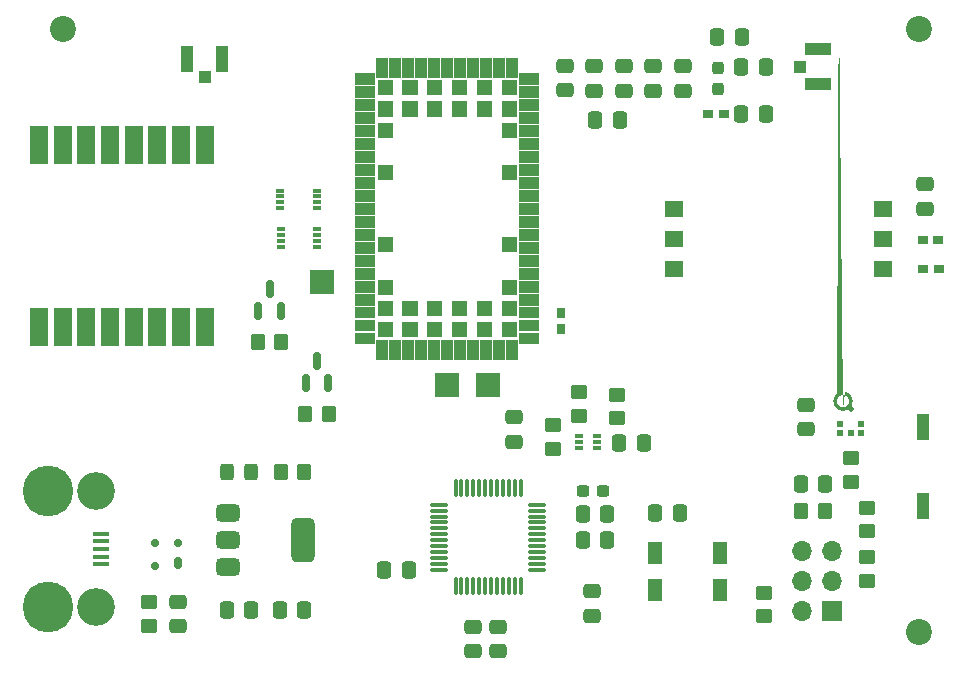
<source format=gbr>
%TF.GenerationSoftware,KiCad,Pcbnew,8.0.0*%
%TF.CreationDate,2024-10-31T15:18:53+01:00*%
%TF.ProjectId,gateway_design_kicad,67617465-7761-4795-9f64-657369676e5f,rev?*%
%TF.SameCoordinates,Original*%
%TF.FileFunction,Soldermask,Top*%
%TF.FilePolarity,Negative*%
%FSLAX46Y46*%
G04 Gerber Fmt 4.6, Leading zero omitted, Abs format (unit mm)*
G04 Created by KiCad (PCBNEW 8.0.0) date 2024-10-31 15:18:53*
%MOMM*%
%LPD*%
G01*
G04 APERTURE LIST*
G04 Aperture macros list*
%AMRoundRect*
0 Rectangle with rounded corners*
0 $1 Rounding radius*
0 $2 $3 $4 $5 $6 $7 $8 $9 X,Y pos of 4 corners*
0 Add a 4 corners polygon primitive as box body*
4,1,4,$2,$3,$4,$5,$6,$7,$8,$9,$2,$3,0*
0 Add four circle primitives for the rounded corners*
1,1,$1+$1,$2,$3*
1,1,$1+$1,$4,$5*
1,1,$1+$1,$6,$7*
1,1,$1+$1,$8,$9*
0 Add four rect primitives between the rounded corners*
20,1,$1+$1,$2,$3,$4,$5,0*
20,1,$1+$1,$4,$5,$6,$7,0*
20,1,$1+$1,$6,$7,$8,$9,0*
20,1,$1+$1,$8,$9,$2,$3,0*%
%AMFreePoly0*
4,1,53,0.180798,1.454629,0.352531,1.394537,0.506585,1.297738,0.635238,1.169085,0.732037,1.015031,0.792129,0.843298,0.812500,0.662500,0.792129,0.481702,0.732037,0.309969,0.635238,0.155915,0.506585,0.027262,0.352531,-0.069537,0.180798,-0.129629,0.000000,-0.150000,-0.180798,-0.129629,-0.352531,-0.069537,-0.506585,0.027262,-0.635238,0.155915,-0.732037,0.309969,-0.792129,0.481702,
-0.812500,0.662500,-0.517770,0.662500,-0.496797,0.516627,-0.435576,0.382572,-0.339067,0.271196,-0.215089,0.191520,-0.073686,0.150000,0.073686,0.150000,0.215089,0.191520,0.339067,0.271196,0.435576,0.382572,0.496797,0.516627,0.517770,0.662500,0.496797,0.808373,0.435576,0.942428,0.339067,1.053804,0.215089,1.133480,0.073686,1.175000,-0.073686,1.175000,-0.215089,1.133480,
-0.339067,1.053804,-0.435576,0.942428,-0.496797,0.808373,-0.517770,0.662500,-0.812500,0.662500,-0.792129,0.843298,-0.732037,1.015031,-0.635238,1.169085,-0.506585,1.297738,-0.352531,1.394537,-0.180798,1.454629,0.000000,1.475000,0.180798,1.454629,0.180798,1.454629,$1*%
G04 Aperture macros list end*
%ADD10C,0.010000*%
%ADD11RoundRect,0.075000X0.662500X0.075000X-0.662500X0.075000X-0.662500X-0.075000X0.662500X-0.075000X0*%
%ADD12RoundRect,0.075000X0.075000X0.662500X-0.075000X0.662500X-0.075000X-0.662500X0.075000X-0.662500X0*%
%ADD13C,0.500000*%
%ADD14R,0.600000X0.522000*%
%ADD15FreePoly0,270.000000*%
%ADD16R,0.800000X0.300000*%
%ADD17RoundRect,0.175000X0.175000X0.325000X-0.175000X0.325000X-0.175000X-0.325000X0.175000X-0.325000X0*%
%ADD18RoundRect,0.150000X0.200000X0.150000X-0.200000X0.150000X-0.200000X-0.150000X0.200000X-0.150000X0*%
%ADD19RoundRect,0.250000X0.475000X-0.337500X0.475000X0.337500X-0.475000X0.337500X-0.475000X-0.337500X0*%
%ADD20RoundRect,0.250000X-0.450000X0.350000X-0.450000X-0.350000X0.450000X-0.350000X0.450000X0.350000X0*%
%ADD21R,1.050000X1.000000*%
%ADD22R,2.200000X1.050000*%
%ADD23RoundRect,0.237500X0.300000X0.237500X-0.300000X0.237500X-0.300000X-0.237500X0.300000X-0.237500X0*%
%ADD24RoundRect,0.250000X0.337500X0.475000X-0.337500X0.475000X-0.337500X-0.475000X0.337500X-0.475000X0*%
%ADD25RoundRect,0.250000X-0.337500X-0.475000X0.337500X-0.475000X0.337500X0.475000X-0.337500X0.475000X0*%
%ADD26RoundRect,0.102000X0.700000X-1.500000X0.700000X1.500000X-0.700000X1.500000X-0.700000X-1.500000X0*%
%ADD27RoundRect,0.250000X-0.475000X0.337500X-0.475000X-0.337500X0.475000X-0.337500X0.475000X0.337500X0*%
%ADD28RoundRect,0.150000X0.150000X-0.587500X0.150000X0.587500X-0.150000X0.587500X-0.150000X-0.587500X0*%
%ADD29R,2.000000X2.000000*%
%ADD30R,0.900000X0.700000*%
%ADD31RoundRect,0.085000X-0.265000X-0.085000X0.265000X-0.085000X0.265000X0.085000X-0.265000X0.085000X0*%
%ADD32R,1.600000X1.400000*%
%ADD33RoundRect,0.250000X-0.325000X-0.450000X0.325000X-0.450000X0.325000X0.450000X-0.325000X0.450000X0*%
%ADD34RoundRect,0.375000X-0.625000X-0.375000X0.625000X-0.375000X0.625000X0.375000X-0.625000X0.375000X0*%
%ADD35RoundRect,0.500000X-0.500000X-1.400000X0.500000X-1.400000X0.500000X1.400000X-0.500000X1.400000X0*%
%ADD36R,1.000000X1.050000*%
%ADD37R,1.050000X2.200000*%
%ADD38R,1.400000X0.400000*%
%ADD39C,3.195000*%
%ADD40C,4.290000*%
%ADD41RoundRect,0.250000X-0.350000X-0.450000X0.350000X-0.450000X0.350000X0.450000X-0.350000X0.450000X0*%
%ADD42RoundRect,0.250000X0.450000X-0.350000X0.450000X0.350000X-0.450000X0.350000X-0.450000X-0.350000X0*%
%ADD43C,2.200000*%
%ADD44RoundRect,0.250000X0.350000X0.450000X-0.350000X0.450000X-0.350000X-0.450000X0.350000X-0.450000X0*%
%ADD45R,1.300000X1.900000*%
%ADD46RoundRect,0.237500X0.237500X-0.300000X0.237500X0.300000X-0.237500X0.300000X-0.237500X-0.300000X0*%
%ADD47R,1.700000X1.700000*%
%ADD48O,1.700000X1.700000*%
%ADD49R,0.700000X0.900000*%
%ADD50R,1.120000X2.160000*%
G04 APERTURE END LIST*
D10*
%TO.C,U11*%
X113850000Y-64600000D02*
X112250000Y-64600000D01*
X112250000Y-63700000D01*
X113850000Y-63700000D01*
X113850000Y-64600000D01*
G36*
X113850000Y-64600000D02*
G01*
X112250000Y-64600000D01*
X112250000Y-63700000D01*
X113850000Y-63700000D01*
X113850000Y-64600000D01*
G37*
X113850000Y-65700000D02*
X112250000Y-65700000D01*
X112250000Y-64800000D01*
X113850000Y-64800000D01*
X113850000Y-65700000D01*
G36*
X113850000Y-65700000D02*
G01*
X112250000Y-65700000D01*
X112250000Y-64800000D01*
X113850000Y-64800000D01*
X113850000Y-65700000D01*
G37*
X113850000Y-66800000D02*
X112250000Y-66800000D01*
X112250000Y-65900000D01*
X113850000Y-65900000D01*
X113850000Y-66800000D01*
G36*
X113850000Y-66800000D02*
G01*
X112250000Y-66800000D01*
X112250000Y-65900000D01*
X113850000Y-65900000D01*
X113850000Y-66800000D01*
G37*
X113850000Y-67900000D02*
X112250000Y-67900000D01*
X112250000Y-67000000D01*
X113850000Y-67000000D01*
X113850000Y-67900000D01*
G36*
X113850000Y-67900000D02*
G01*
X112250000Y-67900000D01*
X112250000Y-67000000D01*
X113850000Y-67000000D01*
X113850000Y-67900000D01*
G37*
X113850000Y-69000000D02*
X112250000Y-69000000D01*
X112250000Y-68100000D01*
X113850000Y-68100000D01*
X113850000Y-69000000D01*
G36*
X113850000Y-69000000D02*
G01*
X112250000Y-69000000D01*
X112250000Y-68100000D01*
X113850000Y-68100000D01*
X113850000Y-69000000D01*
G37*
X113850000Y-70100000D02*
X112250000Y-70100000D01*
X112250000Y-69200000D01*
X113850000Y-69200000D01*
X113850000Y-70100000D01*
G36*
X113850000Y-70100000D02*
G01*
X112250000Y-70100000D01*
X112250000Y-69200000D01*
X113850000Y-69200000D01*
X113850000Y-70100000D01*
G37*
X113850000Y-71200000D02*
X112250000Y-71200000D01*
X112250000Y-70300000D01*
X113850000Y-70300000D01*
X113850000Y-71200000D01*
G36*
X113850000Y-71200000D02*
G01*
X112250000Y-71200000D01*
X112250000Y-70300000D01*
X113850000Y-70300000D01*
X113850000Y-71200000D01*
G37*
X113850000Y-72300000D02*
X112250000Y-72300000D01*
X112250000Y-71400000D01*
X113850000Y-71400000D01*
X113850000Y-72300000D01*
G36*
X113850000Y-72300000D02*
G01*
X112250000Y-72300000D01*
X112250000Y-71400000D01*
X113850000Y-71400000D01*
X113850000Y-72300000D01*
G37*
X113850000Y-73400000D02*
X112250000Y-73400000D01*
X112250000Y-72500000D01*
X113850000Y-72500000D01*
X113850000Y-73400000D01*
G36*
X113850000Y-73400000D02*
G01*
X112250000Y-73400000D01*
X112250000Y-72500000D01*
X113850000Y-72500000D01*
X113850000Y-73400000D01*
G37*
X113850000Y-74500000D02*
X112250000Y-74500000D01*
X112250000Y-73600000D01*
X113850000Y-73600000D01*
X113850000Y-74500000D01*
G36*
X113850000Y-74500000D02*
G01*
X112250000Y-74500000D01*
X112250000Y-73600000D01*
X113850000Y-73600000D01*
X113850000Y-74500000D01*
G37*
X113850000Y-75600000D02*
X112250000Y-75600000D01*
X112250000Y-74700000D01*
X113850000Y-74700000D01*
X113850000Y-75600000D01*
G36*
X113850000Y-75600000D02*
G01*
X112250000Y-75600000D01*
X112250000Y-74700000D01*
X113850000Y-74700000D01*
X113850000Y-75600000D01*
G37*
X113850000Y-76700000D02*
X112250000Y-76700000D01*
X112250000Y-75800000D01*
X113850000Y-75800000D01*
X113850000Y-76700000D01*
G36*
X113850000Y-76700000D02*
G01*
X112250000Y-76700000D01*
X112250000Y-75800000D01*
X113850000Y-75800000D01*
X113850000Y-76700000D01*
G37*
X113850000Y-77800000D02*
X112250000Y-77800000D01*
X112250000Y-76900000D01*
X113850000Y-76900000D01*
X113850000Y-77800000D01*
G36*
X113850000Y-77800000D02*
G01*
X112250000Y-77800000D01*
X112250000Y-76900000D01*
X113850000Y-76900000D01*
X113850000Y-77800000D01*
G37*
X113850000Y-78900000D02*
X112250000Y-78900000D01*
X112250000Y-78000000D01*
X113850000Y-78000000D01*
X113850000Y-78900000D01*
G36*
X113850000Y-78900000D02*
G01*
X112250000Y-78900000D01*
X112250000Y-78000000D01*
X113850000Y-78000000D01*
X113850000Y-78900000D01*
G37*
X113850000Y-80000000D02*
X112250000Y-80000000D01*
X112250000Y-79100000D01*
X113850000Y-79100000D01*
X113850000Y-80000000D01*
G36*
X113850000Y-80000000D02*
G01*
X112250000Y-80000000D01*
X112250000Y-79100000D01*
X113850000Y-79100000D01*
X113850000Y-80000000D01*
G37*
X113850000Y-81100000D02*
X112250000Y-81100000D01*
X112250000Y-80200000D01*
X113850000Y-80200000D01*
X113850000Y-81100000D01*
G36*
X113850000Y-81100000D02*
G01*
X112250000Y-81100000D01*
X112250000Y-80200000D01*
X113850000Y-80200000D01*
X113850000Y-81100000D01*
G37*
X113850000Y-82200000D02*
X112250000Y-82200000D01*
X112250000Y-81300000D01*
X113850000Y-81300000D01*
X113850000Y-82200000D01*
G36*
X113850000Y-82200000D02*
G01*
X112250000Y-82200000D01*
X112250000Y-81300000D01*
X113850000Y-81300000D01*
X113850000Y-82200000D01*
G37*
X113850000Y-83300000D02*
X112250000Y-83300000D01*
X112250000Y-82400000D01*
X113850000Y-82400000D01*
X113850000Y-83300000D01*
G36*
X113850000Y-83300000D02*
G01*
X112250000Y-83300000D01*
X112250000Y-82400000D01*
X113850000Y-82400000D01*
X113850000Y-83300000D01*
G37*
X113850000Y-84400000D02*
X112250000Y-84400000D01*
X112250000Y-83500000D01*
X113850000Y-83500000D01*
X113850000Y-84400000D01*
G36*
X113850000Y-84400000D02*
G01*
X112250000Y-84400000D01*
X112250000Y-83500000D01*
X113850000Y-83500000D01*
X113850000Y-84400000D01*
G37*
X113850000Y-85500000D02*
X112250000Y-85500000D01*
X112250000Y-84600000D01*
X113850000Y-84600000D01*
X113850000Y-85500000D01*
G36*
X113850000Y-85500000D02*
G01*
X112250000Y-85500000D01*
X112250000Y-84600000D01*
X113850000Y-84600000D01*
X113850000Y-85500000D01*
G37*
X113850000Y-86600000D02*
X112250000Y-86600000D01*
X112250000Y-85700000D01*
X113850000Y-85700000D01*
X113850000Y-86600000D01*
G36*
X113850000Y-86600000D02*
G01*
X112250000Y-86600000D01*
X112250000Y-85700000D01*
X113850000Y-85700000D01*
X113850000Y-86600000D01*
G37*
X114950000Y-64000000D02*
X114050000Y-64000000D01*
X114050000Y-62400000D01*
X114950000Y-62400000D01*
X114950000Y-64000000D01*
G36*
X114950000Y-64000000D02*
G01*
X114050000Y-64000000D01*
X114050000Y-62400000D01*
X114950000Y-62400000D01*
X114950000Y-64000000D01*
G37*
X114950000Y-87900000D02*
X114050000Y-87900000D01*
X114050000Y-86300000D01*
X114950000Y-86300000D01*
X114950000Y-87900000D01*
G36*
X114950000Y-87900000D02*
G01*
X114050000Y-87900000D01*
X114050000Y-86300000D01*
X114950000Y-86300000D01*
X114950000Y-87900000D01*
G37*
X115350000Y-65500000D02*
X114150000Y-65500000D01*
X114150000Y-64300000D01*
X115350000Y-64300000D01*
X115350000Y-65500000D01*
G36*
X115350000Y-65500000D02*
G01*
X114150000Y-65500000D01*
X114150000Y-64300000D01*
X115350000Y-64300000D01*
X115350000Y-65500000D01*
G37*
X115350000Y-67300000D02*
X114150000Y-67300000D01*
X114150000Y-66100000D01*
X115350000Y-66100000D01*
X115350000Y-67300000D01*
G36*
X115350000Y-67300000D02*
G01*
X114150000Y-67300000D01*
X114150000Y-66100000D01*
X115350000Y-66100000D01*
X115350000Y-67300000D01*
G37*
X115350000Y-69100000D02*
X114150000Y-69100000D01*
X114150000Y-67900000D01*
X115350000Y-67900000D01*
X115350000Y-69100000D01*
G36*
X115350000Y-69100000D02*
G01*
X114150000Y-69100000D01*
X114150000Y-67900000D01*
X115350000Y-67900000D01*
X115350000Y-69100000D01*
G37*
X115350000Y-72700000D02*
X114150000Y-72700000D01*
X114150000Y-71500000D01*
X115350000Y-71500000D01*
X115350000Y-72700000D01*
G36*
X115350000Y-72700000D02*
G01*
X114150000Y-72700000D01*
X114150000Y-71500000D01*
X115350000Y-71500000D01*
X115350000Y-72700000D01*
G37*
X115350000Y-78800000D02*
X114150000Y-78800000D01*
X114150000Y-77600000D01*
X115350000Y-77600000D01*
X115350000Y-78800000D01*
G36*
X115350000Y-78800000D02*
G01*
X114150000Y-78800000D01*
X114150000Y-77600000D01*
X115350000Y-77600000D01*
X115350000Y-78800000D01*
G37*
X115350000Y-82400000D02*
X114150000Y-82400000D01*
X114150000Y-81200000D01*
X115350000Y-81200000D01*
X115350000Y-82400000D01*
G36*
X115350000Y-82400000D02*
G01*
X114150000Y-82400000D01*
X114150000Y-81200000D01*
X115350000Y-81200000D01*
X115350000Y-82400000D01*
G37*
X115350000Y-84200000D02*
X114150000Y-84200000D01*
X114150000Y-83000000D01*
X115350000Y-83000000D01*
X115350000Y-84200000D01*
G36*
X115350000Y-84200000D02*
G01*
X114150000Y-84200000D01*
X114150000Y-83000000D01*
X115350000Y-83000000D01*
X115350000Y-84200000D01*
G37*
X115350000Y-86000000D02*
X114150000Y-86000000D01*
X114150000Y-84800000D01*
X115350000Y-84800000D01*
X115350000Y-86000000D01*
G36*
X115350000Y-86000000D02*
G01*
X114150000Y-86000000D01*
X114150000Y-84800000D01*
X115350000Y-84800000D01*
X115350000Y-86000000D01*
G37*
X116050000Y-64000000D02*
X115150000Y-64000000D01*
X115150000Y-62400000D01*
X116050000Y-62400000D01*
X116050000Y-64000000D01*
G36*
X116050000Y-64000000D02*
G01*
X115150000Y-64000000D01*
X115150000Y-62400000D01*
X116050000Y-62400000D01*
X116050000Y-64000000D01*
G37*
X116050000Y-87900000D02*
X115150000Y-87900000D01*
X115150000Y-86300000D01*
X116050000Y-86300000D01*
X116050000Y-87900000D01*
G36*
X116050000Y-87900000D02*
G01*
X115150000Y-87900000D01*
X115150000Y-86300000D01*
X116050000Y-86300000D01*
X116050000Y-87900000D01*
G37*
X117150000Y-64000000D02*
X116250000Y-64000000D01*
X116250000Y-62400000D01*
X117150000Y-62400000D01*
X117150000Y-64000000D01*
G36*
X117150000Y-64000000D02*
G01*
X116250000Y-64000000D01*
X116250000Y-62400000D01*
X117150000Y-62400000D01*
X117150000Y-64000000D01*
G37*
X117450000Y-65500000D02*
X116250000Y-65500000D01*
X116250000Y-64300000D01*
X117450000Y-64300000D01*
X117450000Y-65500000D01*
G36*
X117450000Y-65500000D02*
G01*
X116250000Y-65500000D01*
X116250000Y-64300000D01*
X117450000Y-64300000D01*
X117450000Y-65500000D01*
G37*
X117450000Y-67300000D02*
X116250000Y-67300000D01*
X116250000Y-66100000D01*
X117450000Y-66100000D01*
X117450000Y-67300000D01*
G36*
X117450000Y-67300000D02*
G01*
X116250000Y-67300000D01*
X116250000Y-66100000D01*
X117450000Y-66100000D01*
X117450000Y-67300000D01*
G37*
X117450000Y-84200000D02*
X116250000Y-84200000D01*
X116250000Y-83000000D01*
X117450000Y-83000000D01*
X117450000Y-84200000D01*
G36*
X117450000Y-84200000D02*
G01*
X116250000Y-84200000D01*
X116250000Y-83000000D01*
X117450000Y-83000000D01*
X117450000Y-84200000D01*
G37*
X117450000Y-86000000D02*
X116250000Y-86000000D01*
X116250000Y-84800000D01*
X117450000Y-84800000D01*
X117450000Y-86000000D01*
G36*
X117450000Y-86000000D02*
G01*
X116250000Y-86000000D01*
X116250000Y-84800000D01*
X117450000Y-84800000D01*
X117450000Y-86000000D01*
G37*
X117150000Y-87900000D02*
X116250000Y-87900000D01*
X116250000Y-86300000D01*
X117150000Y-86300000D01*
X117150000Y-87900000D01*
G36*
X117150000Y-87900000D02*
G01*
X116250000Y-87900000D01*
X116250000Y-86300000D01*
X117150000Y-86300000D01*
X117150000Y-87900000D01*
G37*
X118250000Y-64000000D02*
X117350000Y-64000000D01*
X117350000Y-62400000D01*
X118250000Y-62400000D01*
X118250000Y-64000000D01*
G36*
X118250000Y-64000000D02*
G01*
X117350000Y-64000000D01*
X117350000Y-62400000D01*
X118250000Y-62400000D01*
X118250000Y-64000000D01*
G37*
X118250000Y-87900000D02*
X117350000Y-87900000D01*
X117350000Y-86300000D01*
X118250000Y-86300000D01*
X118250000Y-87900000D01*
G36*
X118250000Y-87900000D02*
G01*
X117350000Y-87900000D01*
X117350000Y-86300000D01*
X118250000Y-86300000D01*
X118250000Y-87900000D01*
G37*
X119550000Y-65500000D02*
X118350000Y-65500000D01*
X118350000Y-64300000D01*
X119550000Y-64300000D01*
X119550000Y-65500000D01*
G36*
X119550000Y-65500000D02*
G01*
X118350000Y-65500000D01*
X118350000Y-64300000D01*
X119550000Y-64300000D01*
X119550000Y-65500000D01*
G37*
X119550000Y-67300000D02*
X118350000Y-67300000D01*
X118350000Y-66100000D01*
X119550000Y-66100000D01*
X119550000Y-67300000D01*
G36*
X119550000Y-67300000D02*
G01*
X118350000Y-67300000D01*
X118350000Y-66100000D01*
X119550000Y-66100000D01*
X119550000Y-67300000D01*
G37*
X119550000Y-84200000D02*
X118350000Y-84200000D01*
X118350000Y-83000000D01*
X119550000Y-83000000D01*
X119550000Y-84200000D01*
G36*
X119550000Y-84200000D02*
G01*
X118350000Y-84200000D01*
X118350000Y-83000000D01*
X119550000Y-83000000D01*
X119550000Y-84200000D01*
G37*
X119550000Y-86000000D02*
X118350000Y-86000000D01*
X118350000Y-84800000D01*
X119550000Y-84800000D01*
X119550000Y-86000000D01*
G36*
X119550000Y-86000000D02*
G01*
X118350000Y-86000000D01*
X118350000Y-84800000D01*
X119550000Y-84800000D01*
X119550000Y-86000000D01*
G37*
X119350000Y-64000000D02*
X118450000Y-64000000D01*
X118450000Y-62400000D01*
X119350000Y-62400000D01*
X119350000Y-64000000D01*
G36*
X119350000Y-64000000D02*
G01*
X118450000Y-64000000D01*
X118450000Y-62400000D01*
X119350000Y-62400000D01*
X119350000Y-64000000D01*
G37*
X119350000Y-87900000D02*
X118450000Y-87900000D01*
X118450000Y-86300000D01*
X119350000Y-86300000D01*
X119350000Y-87900000D01*
G36*
X119350000Y-87900000D02*
G01*
X118450000Y-87900000D01*
X118450000Y-86300000D01*
X119350000Y-86300000D01*
X119350000Y-87900000D01*
G37*
X120450000Y-64000000D02*
X119550000Y-64000000D01*
X119550000Y-62400000D01*
X120450000Y-62400000D01*
X120450000Y-64000000D01*
G36*
X120450000Y-64000000D02*
G01*
X119550000Y-64000000D01*
X119550000Y-62400000D01*
X120450000Y-62400000D01*
X120450000Y-64000000D01*
G37*
X120450000Y-87900000D02*
X119550000Y-87900000D01*
X119550000Y-86300000D01*
X120450000Y-86300000D01*
X120450000Y-87900000D01*
G36*
X120450000Y-87900000D02*
G01*
X119550000Y-87900000D01*
X119550000Y-86300000D01*
X120450000Y-86300000D01*
X120450000Y-87900000D01*
G37*
X121650000Y-65500000D02*
X120450000Y-65500000D01*
X120450000Y-64300000D01*
X121650000Y-64300000D01*
X121650000Y-65500000D01*
G36*
X121650000Y-65500000D02*
G01*
X120450000Y-65500000D01*
X120450000Y-64300000D01*
X121650000Y-64300000D01*
X121650000Y-65500000D01*
G37*
X121650000Y-67300000D02*
X120450000Y-67300000D01*
X120450000Y-66100000D01*
X121650000Y-66100000D01*
X121650000Y-67300000D01*
G36*
X121650000Y-67300000D02*
G01*
X120450000Y-67300000D01*
X120450000Y-66100000D01*
X121650000Y-66100000D01*
X121650000Y-67300000D01*
G37*
X121650000Y-84200000D02*
X120450000Y-84200000D01*
X120450000Y-83000000D01*
X121650000Y-83000000D01*
X121650000Y-84200000D01*
G36*
X121650000Y-84200000D02*
G01*
X120450000Y-84200000D01*
X120450000Y-83000000D01*
X121650000Y-83000000D01*
X121650000Y-84200000D01*
G37*
X121650000Y-86000000D02*
X120450000Y-86000000D01*
X120450000Y-84800000D01*
X121650000Y-84800000D01*
X121650000Y-86000000D01*
G36*
X121650000Y-86000000D02*
G01*
X120450000Y-86000000D01*
X120450000Y-84800000D01*
X121650000Y-84800000D01*
X121650000Y-86000000D01*
G37*
X121550000Y-64000000D02*
X120650000Y-64000000D01*
X120650000Y-62400000D01*
X121550000Y-62400000D01*
X121550000Y-64000000D01*
G36*
X121550000Y-64000000D02*
G01*
X120650000Y-64000000D01*
X120650000Y-62400000D01*
X121550000Y-62400000D01*
X121550000Y-64000000D01*
G37*
X121550000Y-87900000D02*
X120650000Y-87900000D01*
X120650000Y-86300000D01*
X121550000Y-86300000D01*
X121550000Y-87900000D01*
G36*
X121550000Y-87900000D02*
G01*
X120650000Y-87900000D01*
X120650000Y-86300000D01*
X121550000Y-86300000D01*
X121550000Y-87900000D01*
G37*
X122650000Y-64000000D02*
X121750000Y-64000000D01*
X121750000Y-62400000D01*
X122650000Y-62400000D01*
X122650000Y-64000000D01*
G36*
X122650000Y-64000000D02*
G01*
X121750000Y-64000000D01*
X121750000Y-62400000D01*
X122650000Y-62400000D01*
X122650000Y-64000000D01*
G37*
X122650000Y-87900000D02*
X121750000Y-87900000D01*
X121750000Y-86300000D01*
X122650000Y-86300000D01*
X122650000Y-87900000D01*
G36*
X122650000Y-87900000D02*
G01*
X121750000Y-87900000D01*
X121750000Y-86300000D01*
X122650000Y-86300000D01*
X122650000Y-87900000D01*
G37*
X123750000Y-65500000D02*
X122550000Y-65500000D01*
X122550000Y-64300000D01*
X123750000Y-64300000D01*
X123750000Y-65500000D01*
G36*
X123750000Y-65500000D02*
G01*
X122550000Y-65500000D01*
X122550000Y-64300000D01*
X123750000Y-64300000D01*
X123750000Y-65500000D01*
G37*
X123750000Y-67300000D02*
X122550000Y-67300000D01*
X122550000Y-66100000D01*
X123750000Y-66100000D01*
X123750000Y-67300000D01*
G36*
X123750000Y-67300000D02*
G01*
X122550000Y-67300000D01*
X122550000Y-66100000D01*
X123750000Y-66100000D01*
X123750000Y-67300000D01*
G37*
X123750000Y-84200000D02*
X122550000Y-84200000D01*
X122550000Y-83000000D01*
X123750000Y-83000000D01*
X123750000Y-84200000D01*
G36*
X123750000Y-84200000D02*
G01*
X122550000Y-84200000D01*
X122550000Y-83000000D01*
X123750000Y-83000000D01*
X123750000Y-84200000D01*
G37*
X123750000Y-86000000D02*
X122550000Y-86000000D01*
X122550000Y-84800000D01*
X123750000Y-84800000D01*
X123750000Y-86000000D01*
G36*
X123750000Y-86000000D02*
G01*
X122550000Y-86000000D01*
X122550000Y-84800000D01*
X123750000Y-84800000D01*
X123750000Y-86000000D01*
G37*
X123750000Y-64000000D02*
X122850000Y-64000000D01*
X122850000Y-62400000D01*
X123750000Y-62400000D01*
X123750000Y-64000000D01*
G36*
X123750000Y-64000000D02*
G01*
X122850000Y-64000000D01*
X122850000Y-62400000D01*
X123750000Y-62400000D01*
X123750000Y-64000000D01*
G37*
X123750000Y-87900000D02*
X122850000Y-87900000D01*
X122850000Y-86300000D01*
X123750000Y-86300000D01*
X123750000Y-87900000D01*
G36*
X123750000Y-87900000D02*
G01*
X122850000Y-87900000D01*
X122850000Y-86300000D01*
X123750000Y-86300000D01*
X123750000Y-87900000D01*
G37*
X124850000Y-64000000D02*
X123950000Y-64000000D01*
X123950000Y-62400000D01*
X124850000Y-62400000D01*
X124850000Y-64000000D01*
G36*
X124850000Y-64000000D02*
G01*
X123950000Y-64000000D01*
X123950000Y-62400000D01*
X124850000Y-62400000D01*
X124850000Y-64000000D01*
G37*
X124850000Y-87900000D02*
X123950000Y-87900000D01*
X123950000Y-86300000D01*
X124850000Y-86300000D01*
X124850000Y-87900000D01*
G36*
X124850000Y-87900000D02*
G01*
X123950000Y-87900000D01*
X123950000Y-86300000D01*
X124850000Y-86300000D01*
X124850000Y-87900000D01*
G37*
X125850000Y-65500000D02*
X124650000Y-65500000D01*
X124650000Y-64300000D01*
X125850000Y-64300000D01*
X125850000Y-65500000D01*
G36*
X125850000Y-65500000D02*
G01*
X124650000Y-65500000D01*
X124650000Y-64300000D01*
X125850000Y-64300000D01*
X125850000Y-65500000D01*
G37*
X125850000Y-67300000D02*
X124650000Y-67300000D01*
X124650000Y-66100000D01*
X125850000Y-66100000D01*
X125850000Y-67300000D01*
G36*
X125850000Y-67300000D02*
G01*
X124650000Y-67300000D01*
X124650000Y-66100000D01*
X125850000Y-66100000D01*
X125850000Y-67300000D01*
G37*
X125850000Y-69100000D02*
X124650000Y-69100000D01*
X124650000Y-67900000D01*
X125850000Y-67900000D01*
X125850000Y-69100000D01*
G36*
X125850000Y-69100000D02*
G01*
X124650000Y-69100000D01*
X124650000Y-67900000D01*
X125850000Y-67900000D01*
X125850000Y-69100000D01*
G37*
X125850000Y-72700000D02*
X124650000Y-72700000D01*
X124650000Y-71500000D01*
X125850000Y-71500000D01*
X125850000Y-72700000D01*
G36*
X125850000Y-72700000D02*
G01*
X124650000Y-72700000D01*
X124650000Y-71500000D01*
X125850000Y-71500000D01*
X125850000Y-72700000D01*
G37*
X125850000Y-78800000D02*
X124650000Y-78800000D01*
X124650000Y-77600000D01*
X125850000Y-77600000D01*
X125850000Y-78800000D01*
G36*
X125850000Y-78800000D02*
G01*
X124650000Y-78800000D01*
X124650000Y-77600000D01*
X125850000Y-77600000D01*
X125850000Y-78800000D01*
G37*
X125850000Y-82400000D02*
X124650000Y-82400000D01*
X124650000Y-81200000D01*
X125850000Y-81200000D01*
X125850000Y-82400000D01*
G36*
X125850000Y-82400000D02*
G01*
X124650000Y-82400000D01*
X124650000Y-81200000D01*
X125850000Y-81200000D01*
X125850000Y-82400000D01*
G37*
X125850000Y-84200000D02*
X124650000Y-84200000D01*
X124650000Y-83000000D01*
X125850000Y-83000000D01*
X125850000Y-84200000D01*
G36*
X125850000Y-84200000D02*
G01*
X124650000Y-84200000D01*
X124650000Y-83000000D01*
X125850000Y-83000000D01*
X125850000Y-84200000D01*
G37*
X125850000Y-86000000D02*
X124650000Y-86000000D01*
X124650000Y-84800000D01*
X125850000Y-84800000D01*
X125850000Y-86000000D01*
G36*
X125850000Y-86000000D02*
G01*
X124650000Y-86000000D01*
X124650000Y-84800000D01*
X125850000Y-84800000D01*
X125850000Y-86000000D01*
G37*
X125950000Y-64000000D02*
X125050000Y-64000000D01*
X125050000Y-62400000D01*
X125950000Y-62400000D01*
X125950000Y-64000000D01*
G36*
X125950000Y-64000000D02*
G01*
X125050000Y-64000000D01*
X125050000Y-62400000D01*
X125950000Y-62400000D01*
X125950000Y-64000000D01*
G37*
X125950000Y-87900000D02*
X125050000Y-87900000D01*
X125050000Y-86300000D01*
X125950000Y-86300000D01*
X125950000Y-87900000D01*
G36*
X125950000Y-87900000D02*
G01*
X125050000Y-87900000D01*
X125050000Y-86300000D01*
X125950000Y-86300000D01*
X125950000Y-87900000D01*
G37*
X127750000Y-64600000D02*
X126150000Y-64600000D01*
X126150000Y-63700000D01*
X127750000Y-63700000D01*
X127750000Y-64600000D01*
G36*
X127750000Y-64600000D02*
G01*
X126150000Y-64600000D01*
X126150000Y-63700000D01*
X127750000Y-63700000D01*
X127750000Y-64600000D01*
G37*
X127750000Y-65700000D02*
X126150000Y-65700000D01*
X126150000Y-64800000D01*
X127750000Y-64800000D01*
X127750000Y-65700000D01*
G36*
X127750000Y-65700000D02*
G01*
X126150000Y-65700000D01*
X126150000Y-64800000D01*
X127750000Y-64800000D01*
X127750000Y-65700000D01*
G37*
X127750000Y-66800000D02*
X126150000Y-66800000D01*
X126150000Y-65900000D01*
X127750000Y-65900000D01*
X127750000Y-66800000D01*
G36*
X127750000Y-66800000D02*
G01*
X126150000Y-66800000D01*
X126150000Y-65900000D01*
X127750000Y-65900000D01*
X127750000Y-66800000D01*
G37*
X127750000Y-67900000D02*
X126150000Y-67900000D01*
X126150000Y-67000000D01*
X127750000Y-67000000D01*
X127750000Y-67900000D01*
G36*
X127750000Y-67900000D02*
G01*
X126150000Y-67900000D01*
X126150000Y-67000000D01*
X127750000Y-67000000D01*
X127750000Y-67900000D01*
G37*
X127750000Y-69000000D02*
X126150000Y-69000000D01*
X126150000Y-68100000D01*
X127750000Y-68100000D01*
X127750000Y-69000000D01*
G36*
X127750000Y-69000000D02*
G01*
X126150000Y-69000000D01*
X126150000Y-68100000D01*
X127750000Y-68100000D01*
X127750000Y-69000000D01*
G37*
X127750000Y-70100000D02*
X126150000Y-70100000D01*
X126150000Y-69200000D01*
X127750000Y-69200000D01*
X127750000Y-70100000D01*
G36*
X127750000Y-70100000D02*
G01*
X126150000Y-70100000D01*
X126150000Y-69200000D01*
X127750000Y-69200000D01*
X127750000Y-70100000D01*
G37*
X127750000Y-71200000D02*
X126150000Y-71200000D01*
X126150000Y-70300000D01*
X127750000Y-70300000D01*
X127750000Y-71200000D01*
G36*
X127750000Y-71200000D02*
G01*
X126150000Y-71200000D01*
X126150000Y-70300000D01*
X127750000Y-70300000D01*
X127750000Y-71200000D01*
G37*
X127750000Y-72300000D02*
X126150000Y-72300000D01*
X126150000Y-71400000D01*
X127750000Y-71400000D01*
X127750000Y-72300000D01*
G36*
X127750000Y-72300000D02*
G01*
X126150000Y-72300000D01*
X126150000Y-71400000D01*
X127750000Y-71400000D01*
X127750000Y-72300000D01*
G37*
X127750000Y-73400000D02*
X126150000Y-73400000D01*
X126150000Y-72500000D01*
X127750000Y-72500000D01*
X127750000Y-73400000D01*
G36*
X127750000Y-73400000D02*
G01*
X126150000Y-73400000D01*
X126150000Y-72500000D01*
X127750000Y-72500000D01*
X127750000Y-73400000D01*
G37*
X127750000Y-74500000D02*
X126150000Y-74500000D01*
X126150000Y-73600000D01*
X127750000Y-73600000D01*
X127750000Y-74500000D01*
G36*
X127750000Y-74500000D02*
G01*
X126150000Y-74500000D01*
X126150000Y-73600000D01*
X127750000Y-73600000D01*
X127750000Y-74500000D01*
G37*
X127750000Y-75600000D02*
X126150000Y-75600000D01*
X126150000Y-74700000D01*
X127750000Y-74700000D01*
X127750000Y-75600000D01*
G36*
X127750000Y-75600000D02*
G01*
X126150000Y-75600000D01*
X126150000Y-74700000D01*
X127750000Y-74700000D01*
X127750000Y-75600000D01*
G37*
X127750000Y-76700000D02*
X126150000Y-76700000D01*
X126150000Y-75800000D01*
X127750000Y-75800000D01*
X127750000Y-76700000D01*
G36*
X127750000Y-76700000D02*
G01*
X126150000Y-76700000D01*
X126150000Y-75800000D01*
X127750000Y-75800000D01*
X127750000Y-76700000D01*
G37*
X127750000Y-77800000D02*
X126150000Y-77800000D01*
X126150000Y-76900000D01*
X127750000Y-76900000D01*
X127750000Y-77800000D01*
G36*
X127750000Y-77800000D02*
G01*
X126150000Y-77800000D01*
X126150000Y-76900000D01*
X127750000Y-76900000D01*
X127750000Y-77800000D01*
G37*
X127750000Y-78900000D02*
X126150000Y-78900000D01*
X126150000Y-78000000D01*
X127750000Y-78000000D01*
X127750000Y-78900000D01*
G36*
X127750000Y-78900000D02*
G01*
X126150000Y-78900000D01*
X126150000Y-78000000D01*
X127750000Y-78000000D01*
X127750000Y-78900000D01*
G37*
X127750000Y-80000000D02*
X126150000Y-80000000D01*
X126150000Y-79100000D01*
X127750000Y-79100000D01*
X127750000Y-80000000D01*
G36*
X127750000Y-80000000D02*
G01*
X126150000Y-80000000D01*
X126150000Y-79100000D01*
X127750000Y-79100000D01*
X127750000Y-80000000D01*
G37*
X127750000Y-81100000D02*
X126150000Y-81100000D01*
X126150000Y-80200000D01*
X127750000Y-80200000D01*
X127750000Y-81100000D01*
G36*
X127750000Y-81100000D02*
G01*
X126150000Y-81100000D01*
X126150000Y-80200000D01*
X127750000Y-80200000D01*
X127750000Y-81100000D01*
G37*
X127750000Y-82200000D02*
X126150000Y-82200000D01*
X126150000Y-81300000D01*
X127750000Y-81300000D01*
X127750000Y-82200000D01*
G36*
X127750000Y-82200000D02*
G01*
X126150000Y-82200000D01*
X126150000Y-81300000D01*
X127750000Y-81300000D01*
X127750000Y-82200000D01*
G37*
X127750000Y-83300000D02*
X126150000Y-83300000D01*
X126150000Y-82400000D01*
X127750000Y-82400000D01*
X127750000Y-83300000D01*
G36*
X127750000Y-83300000D02*
G01*
X126150000Y-83300000D01*
X126150000Y-82400000D01*
X127750000Y-82400000D01*
X127750000Y-83300000D01*
G37*
X127750000Y-84400000D02*
X126150000Y-84400000D01*
X126150000Y-83500000D01*
X127750000Y-83500000D01*
X127750000Y-84400000D01*
G36*
X127750000Y-84400000D02*
G01*
X126150000Y-84400000D01*
X126150000Y-83500000D01*
X127750000Y-83500000D01*
X127750000Y-84400000D01*
G37*
X127750000Y-85500000D02*
X126150000Y-85500000D01*
X126150000Y-84600000D01*
X127750000Y-84600000D01*
X127750000Y-85500000D01*
G36*
X127750000Y-85500000D02*
G01*
X126150000Y-85500000D01*
X126150000Y-84600000D01*
X127750000Y-84600000D01*
X127750000Y-85500000D01*
G37*
X127750000Y-86600000D02*
X126150000Y-86600000D01*
X126150000Y-85700000D01*
X127750000Y-85700000D01*
X127750000Y-86600000D01*
G36*
X127750000Y-86600000D02*
G01*
X126150000Y-86600000D01*
X126150000Y-85700000D01*
X127750000Y-85700000D01*
X127750000Y-86600000D01*
G37*
%TD*%
D11*
%TO.C,U8*%
X127662500Y-105750000D03*
X127662500Y-105250000D03*
X127662500Y-104750000D03*
X127662500Y-104250000D03*
X127662500Y-103750000D03*
X127662500Y-103250000D03*
X127662500Y-102750000D03*
X127662500Y-102250000D03*
X127662500Y-101750000D03*
X127662500Y-101250000D03*
X127662500Y-100750000D03*
X127662500Y-100250000D03*
D12*
X126250000Y-98837500D03*
X125750000Y-98837500D03*
X125250000Y-98837500D03*
X124750000Y-98837500D03*
X124250000Y-98837500D03*
X123750000Y-98837500D03*
X123250000Y-98837500D03*
X122750000Y-98837500D03*
X122250000Y-98837500D03*
X121750000Y-98837500D03*
X121250000Y-98837500D03*
X120750000Y-98837500D03*
D11*
X119337500Y-100250000D03*
X119337500Y-100750000D03*
X119337500Y-101250000D03*
X119337500Y-101750000D03*
X119337500Y-102250000D03*
X119337500Y-102750000D03*
X119337500Y-103250000D03*
X119337500Y-103750000D03*
X119337500Y-104250000D03*
X119337500Y-104750000D03*
X119337500Y-105250000D03*
X119337500Y-105750000D03*
D12*
X120750000Y-107162500D03*
X121250000Y-107162500D03*
X121750000Y-107162500D03*
X122250000Y-107162500D03*
X122750000Y-107162500D03*
X123250000Y-107162500D03*
X123750000Y-107162500D03*
X124250000Y-107162500D03*
X124750000Y-107162500D03*
X125250000Y-107162500D03*
X125750000Y-107162500D03*
X126250000Y-107162500D03*
%TD*%
D13*
%TO.C,MK2*%
X154200000Y-92126000D03*
D14*
X155100000Y-94200000D03*
X155100000Y-93378000D03*
D15*
X153537500Y-92126000D03*
D14*
X153300000Y-93378000D03*
X153300000Y-94200000D03*
X154200000Y-94200000D03*
%TD*%
D16*
%TO.C,U9*%
X105950000Y-76900000D03*
X105950000Y-77400000D03*
X105950000Y-77900000D03*
X105950000Y-78400000D03*
X109050000Y-78400000D03*
X109050000Y-77900000D03*
X109050000Y-77400000D03*
X109050000Y-76900000D03*
%TD*%
D17*
%TO.C,D6*%
X97272500Y-105200000D03*
D18*
X97272500Y-103500000D03*
X95272500Y-103500000D03*
X95272500Y-105400000D03*
%TD*%
D19*
%TO.C,C34*%
X160500000Y-75187500D03*
X160500000Y-73112500D03*
%TD*%
D20*
%TO.C,R7*%
X94772500Y-108500000D03*
X94772500Y-110500000D03*
%TD*%
D21*
%TO.C,J2*%
X149937500Y-63150000D03*
D22*
X151462500Y-64625000D03*
X151462500Y-61675000D03*
%TD*%
D23*
%TO.C,BLM1*%
X133225000Y-99100000D03*
X131500000Y-99100000D03*
%TD*%
D24*
%TO.C,C77*%
X107937500Y-109150000D03*
X105862500Y-109150000D03*
%TD*%
D25*
%TO.C,C2*%
X134600000Y-95000000D03*
X136675000Y-95000000D03*
%TD*%
%TO.C,C27*%
X131537500Y-101050000D03*
X133612500Y-101050000D03*
%TD*%
D26*
%TO.C,U12*%
X85500000Y-85200000D03*
X87500000Y-85200000D03*
X89500000Y-85200000D03*
X91500000Y-85200000D03*
X93500000Y-85200000D03*
X95500000Y-85200000D03*
X97500000Y-85200000D03*
X99500000Y-85200000D03*
X99500000Y-69800000D03*
X97500000Y-69800000D03*
X95500000Y-69800000D03*
X93500000Y-69800000D03*
X91500000Y-69800000D03*
X89500000Y-69800000D03*
X87500000Y-69800000D03*
X85500000Y-69800000D03*
%TD*%
D27*
%TO.C,C24*%
X124300000Y-110562500D03*
X124300000Y-112637500D03*
%TD*%
D28*
%TO.C,Q6*%
X104050000Y-83875000D03*
X105950000Y-83875000D03*
X105000000Y-82000000D03*
%TD*%
D29*
%TO.C,D+*%
X123500000Y-90150000D03*
%TD*%
D30*
%TO.C,D10*%
X160300000Y-77800000D03*
X161600000Y-77800000D03*
%TD*%
D24*
%TO.C,C1*%
X152037500Y-98500000D03*
X149962500Y-98500000D03*
%TD*%
D31*
%TO.C,U3*%
X131200000Y-94450000D03*
X131200000Y-94950000D03*
X131200000Y-95450000D03*
X132700000Y-95450000D03*
X132700000Y-94950000D03*
X132700000Y-94450000D03*
%TD*%
D32*
%TO.C,J9*%
X156925000Y-75250000D03*
X156925000Y-77790000D03*
X156925000Y-80330000D03*
X139225000Y-75250000D03*
X139225000Y-77790000D03*
X139225000Y-80330000D03*
%TD*%
D33*
%TO.C,D1*%
X101375000Y-97450000D03*
X103425000Y-97450000D03*
%TD*%
D27*
%TO.C,C38*%
X137500000Y-63112500D03*
X137500000Y-65187500D03*
%TD*%
%TO.C,C32*%
X135000000Y-63112500D03*
X135000000Y-65187500D03*
%TD*%
D20*
%TO.C,R6*%
X131200000Y-90700000D03*
X131200000Y-92700000D03*
%TD*%
D30*
%TO.C,D7*%
X142162500Y-67150000D03*
X143462500Y-67150000D03*
%TD*%
D34*
%TO.C,U1*%
X101522500Y-100950000D03*
X101522500Y-103250000D03*
D35*
X107822500Y-103250000D03*
D34*
X101522500Y-105550000D03*
%TD*%
D25*
%TO.C,C78*%
X101362500Y-109150000D03*
X103437500Y-109150000D03*
%TD*%
D36*
%TO.C,J1*%
X99500000Y-64025000D03*
D37*
X100975000Y-62500000D03*
X98025000Y-62500000D03*
%TD*%
D38*
%TO.C,J6*%
X90722500Y-105300000D03*
X90722500Y-104650000D03*
X90722500Y-104000000D03*
X90722500Y-103350000D03*
X90722500Y-102700000D03*
D39*
X90272500Y-99125000D03*
D40*
X86272500Y-99125000D03*
D39*
X90272500Y-108875000D03*
D40*
X86272500Y-108875000D03*
%TD*%
D19*
%TO.C,C26*%
X122200000Y-112637500D03*
X122200000Y-110562500D03*
%TD*%
D25*
%TO.C,C30*%
X142925000Y-60650000D03*
X145000000Y-60650000D03*
%TD*%
D41*
%TO.C,R2*%
X150000000Y-100800000D03*
X152000000Y-100800000D03*
%TD*%
D25*
%TO.C,C28*%
X131537500Y-103250000D03*
X133612500Y-103250000D03*
%TD*%
D27*
%TO.C,C37*%
X150449250Y-91798500D03*
X150449250Y-93873500D03*
%TD*%
%TO.C,C36*%
X130000000Y-63075000D03*
X130000000Y-65150000D03*
%TD*%
%TO.C,C31*%
X132500000Y-63112500D03*
X132500000Y-65187500D03*
%TD*%
D42*
%TO.C,R3*%
X155600000Y-106700000D03*
X155600000Y-104700000D03*
%TD*%
D43*
%TO.C,REF\u002A\u002A*%
X87500000Y-60000000D03*
%TD*%
D24*
%TO.C,C25*%
X116787500Y-105750000D03*
X114712500Y-105750000D03*
%TD*%
D44*
%TO.C,R12*%
X107950000Y-97450000D03*
X105950000Y-97450000D03*
%TD*%
D27*
%TO.C,C20*%
X97272500Y-108462500D03*
X97272500Y-110537500D03*
%TD*%
%TO.C,C33*%
X140000000Y-63112500D03*
X140000000Y-65187500D03*
%TD*%
D41*
%TO.C,R8*%
X108000000Y-92562500D03*
X110000000Y-92562500D03*
%TD*%
D45*
%TO.C,Y1*%
X137600000Y-107500000D03*
X143100000Y-107500000D03*
X143100000Y-104300000D03*
X137600000Y-104300000D03*
%TD*%
D46*
%TO.C,L4*%
X143000000Y-65012500D03*
X143000000Y-63287500D03*
%TD*%
D24*
%TO.C,C21*%
X139737500Y-100950000D03*
X137662500Y-100950000D03*
%TD*%
D29*
%TO.C,TP1*%
X109400000Y-81400000D03*
%TD*%
D41*
%TO.C,R9*%
X104000000Y-86500000D03*
X106000000Y-86500000D03*
%TD*%
D20*
%TO.C,R5*%
X134450000Y-90950000D03*
X134450000Y-92950000D03*
%TD*%
D29*
%TO.C,D-*%
X120000000Y-90150000D03*
%TD*%
D30*
%TO.C,D8*%
X160350000Y-80300000D03*
X161650000Y-80300000D03*
%TD*%
D20*
%TO.C,R11*%
X129000000Y-93500000D03*
X129000000Y-95500000D03*
%TD*%
D24*
%TO.C,C35*%
X134637500Y-67650000D03*
X132562500Y-67650000D03*
%TD*%
D16*
%TO.C,U10*%
X105900000Y-73650000D03*
X105900000Y-74150000D03*
X105900000Y-74650000D03*
X105900000Y-75150000D03*
X109000000Y-75150000D03*
X109000000Y-74650000D03*
X109000000Y-74150000D03*
X109000000Y-73650000D03*
%TD*%
D47*
%TO.C,J7*%
X152600000Y-109240000D03*
D48*
X150060000Y-109240000D03*
X152600000Y-106700000D03*
X150060000Y-106700000D03*
X152600000Y-104160000D03*
X150060000Y-104160000D03*
%TD*%
D25*
%TO.C,C29*%
X144925000Y-63150000D03*
X147000000Y-63150000D03*
%TD*%
D49*
%TO.C,D9*%
X129700000Y-84050000D03*
X129700000Y-85350000D03*
%TD*%
D19*
%TO.C,C22*%
X132300000Y-109637500D03*
X132300000Y-107562500D03*
%TD*%
D20*
%TO.C,R10*%
X154200000Y-96336000D03*
X154200000Y-98336000D03*
%TD*%
D50*
%TO.C,Reset*%
X160300000Y-93635000D03*
X160300000Y-100365000D03*
%TD*%
D20*
%TO.C,R1*%
X146900000Y-107700000D03*
X146900000Y-109700000D03*
%TD*%
D42*
%TO.C,R4*%
X155600000Y-102500000D03*
X155600000Y-100500000D03*
%TD*%
D43*
%TO.C,REF\u002A\u002A*%
X160000000Y-111000000D03*
%TD*%
D25*
%TO.C,L3*%
X144925000Y-67150000D03*
X147000000Y-67150000D03*
%TD*%
D19*
%TO.C,C23*%
X125700000Y-94900000D03*
X125700000Y-92825000D03*
%TD*%
D43*
%TO.C,REF\u002A\u002A*%
X160000000Y-60000000D03*
%TD*%
D28*
%TO.C,Q5*%
X108050000Y-89937500D03*
X109950000Y-89937500D03*
X109000000Y-88062500D03*
%TD*%
M02*

</source>
